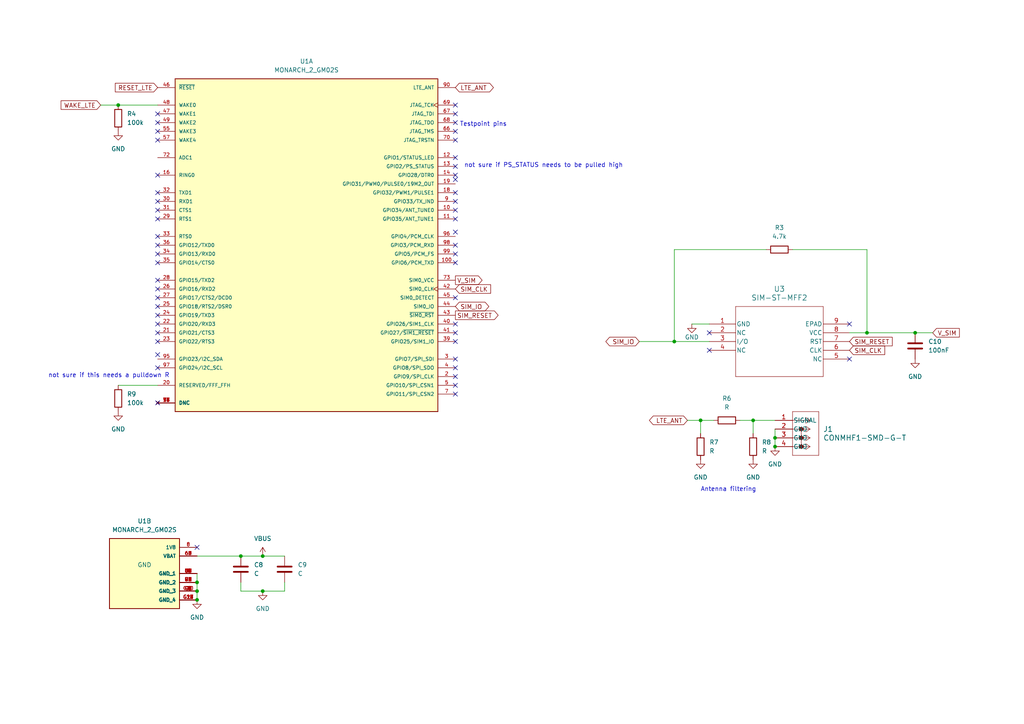
<source format=kicad_sch>
(kicad_sch (version 20230121) (generator eeschema)
  (paper "A4")
  (lib_symbols
    (symbol "(esim)SIM_ST_MFF2:SIM-ST-MFF2" (pin_names (offset 0.254))
      (property "Reference" "U" (at 20.32 10.16 0))
      (property "Value" "SIM-ST-MFF2" (at 20.32 7.62 0))
      (symbol "SIM-ST-MFF2_0_1"
        (polyline (pts (xy 7.62 -15.24) (xy 33.02 -15.24)) (stroke (width 0.127)))
        (polyline (pts (xy 7.62 5.08) (xy 7.62 -15.24)) (stroke (width 0.127)))
        (polyline (pts (xy 33.02 -15.24) (xy 33.02 5.08)) (stroke (width 0.127)))
        (polyline (pts (xy 33.02 5.08) (xy 7.62 5.08)) (stroke (width 0.127)))
        (pin unspecified line (at 0 0 0) (length 7.62) (name "GND") (number "1"))
        (pin unspecified line (at 0 -2.54 0) (length 7.62) (name "NC") (number "2"))
        (pin unspecified line (at 0 -5.08 0) (length 7.62) (name "I/O") (number "3"))
        (pin unspecified line (at 0 -7.62 0) (length 7.62) (name "NC") (number "4"))
        (pin unspecified line (at 40.64 -10.16 180) (length 7.62) (name "NC") (number "5"))
        (pin unspecified line (at 40.64 -7.62 180) (length 7.62) (name "CLK") (number "6"))
        (pin unspecified line (at 40.64 -5.08 180) (length 7.62) (name "RST") (number "7"))
        (pin unspecified line (at 40.64 -2.54 180) (length 7.62) (name "VCC") (number "8"))
        (pin unspecified line (at 40.64 0 180) (length 7.62) (name "EPAD") (number "9"))
      )
    )
    (symbol "Antenna connector:CONMHF1-SMD-G-T" (pin_names (offset 0.254))
      (property "Reference" "J" (at 8.89 6.35 0))
      (property "Value" "CONMHF1-SMD-G-T" (at 0 0 0))
      (symbol "CONMHF1-SMD-G-T_1_1"
        (polyline (pts (xy 5.08 -10.16) (xy 12.7 -10.16)) (stroke (width 0.127)))
        (polyline (pts (xy 5.08 2.54) (xy 5.08 -10.16)) (stroke (width 0.127)))
        (polyline (pts (xy 7.62 -2.54) (xy 7.62 -7.62)) (stroke (width 0.127)))
        (polyline (pts (xy 10.16 -7.62) (xy 5.08 -7.62)) (stroke (width 0.127)))
        (polyline (pts (xy 10.16 -7.62) (xy 8.89 -8.4667)) (stroke (width 0.127)))
        (polyline (pts (xy 10.16 -7.62) (xy 8.89 -6.7733)) (stroke (width 0.127)))
        (polyline (pts (xy 10.16 -5.08) (xy 5.08 -5.08)) (stroke (width 0.127)))
        (polyline (pts (xy 10.16 -5.08) (xy 8.89 -5.9267)) (stroke (width 0.127)))
        (polyline (pts (xy 10.16 -5.08) (xy 8.89 -4.2333)) (stroke (width 0.127)))
        (polyline (pts (xy 10.16 -2.54) (xy 5.08 -2.54)) (stroke (width 0.127)))
        (polyline (pts (xy 10.16 -2.54) (xy 8.89 -3.3867)) (stroke (width 0.127)))
        (polyline (pts (xy 10.16 -2.54) (xy 8.89 -1.6933)) (stroke (width 0.127)))
        (polyline (pts (xy 10.16 0) (xy 5.08 0)) (stroke (width 0.127)))
        (polyline (pts (xy 10.16 0) (xy 8.89 -0.8467)) (stroke (width 0.127)))
        (polyline (pts (xy 10.16 0) (xy 8.89 0.8467)) (stroke (width 0.127)))
        (polyline (pts (xy 12.7 -10.16) (xy 12.7 2.54)) (stroke (width 0.127)))
        (polyline (pts (xy 12.7 2.54) (xy 5.08 2.54)) (stroke (width 0.127)))
        (circle (center 7.62 -7.62) (radius 0.127) (stroke (width 0.508)))
        (circle (center 7.62 -5.08) (radius 0.127) (stroke (width 0.508)))
        (circle (center 7.62 -2.54) (radius 0.127) (stroke (width 0.508)))
        (pin unspecified line (at 0 0 0) (length 5.08) (name "SIGNAL") (number "1"))
        (pin unspecified line (at 0 -2.54 0) (length 5.08) (name "GND") (number "2"))
        (pin unspecified line (at 0 -5.08 0) (length 5.08) (name "GND") (number "3"))
        (pin unspecified line (at 0 -7.62 0) (length 5.08) (name "GND") (number "4"))
      )
      (symbol "CONMHF1-SMD-G-T_1_2"
        (polyline (pts (xy 5.08 -10.16) (xy 12.7 -10.16)) (stroke (width 0.127)))
        (polyline (pts (xy 5.08 2.54) (xy 5.08 -10.16)) (stroke (width 0.127)))
        (polyline (pts (xy 6.35 -2.54) (xy 6.35 -7.62)) (stroke (width 0.127)))
        (polyline (pts (xy 7.62 -7.62) (xy 5.08 -7.62)) (stroke (width 0.127)))
        (polyline (pts (xy 7.62 -7.62) (xy 8.89 -8.4667)) (stroke (width 0.127)))
        (polyline (pts (xy 7.62 -7.62) (xy 8.89 -6.7733)) (stroke (width 0.127)))
        (polyline (pts (xy 7.62 -5.08) (xy 5.08 -5.08)) (stroke (width 0.127)))
        (polyline (pts (xy 7.62 -5.08) (xy 8.89 -5.9267)) (stroke (width 0.127)))
        (polyline (pts (xy 7.62 -5.08) (xy 8.89 -4.2333)) (stroke (width 0.127)))
        (polyline (pts (xy 7.62 -2.54) (xy 5.08 -2.54)) (stroke (width 0.127)))
        (polyline (pts (xy 7.62 -2.54) (xy 8.89 -3.3867)) (stroke (width 0.127)))
        (polyline (pts (xy 7.62 -2.54) (xy 8.89 -1.6933)) (stroke (width 0.127)))
        (polyline (pts (xy 7.62 0) (xy 5.08 0)) (stroke (width 0.127)))
        (polyline (pts (xy 7.62 0) (xy 8.89 -0.8467)) (stroke (width 0.127)))
        (polyline (pts (xy 7.62 0) (xy 8.89 0.8467)) (stroke (width 0.127)))
        (polyline (pts (xy 12.7 -10.16) (xy 12.7 2.54)) (stroke (width 0.127)))
        (polyline (pts (xy 12.7 2.54) (xy 5.08 2.54)) (stroke (width 0.127)))
        (circle (center 6.35 -7.62) (radius 0.127) (stroke (width 0.508)))
        (circle (center 6.35 -5.08) (radius 0.127) (stroke (width 0.508)))
        (circle (center 6.35 -2.54) (radius 0.127) (stroke (width 0.508)))
        (pin unspecified line (at 0 0 0) (length 5.08) (name "SIGNAL") (number "1"))
        (pin unspecified line (at 0 -2.54 0) (length 5.08) (name "GND") (number "2"))
        (pin unspecified line (at 0 -5.08 0) (length 5.08) (name "GND") (number "3"))
        (pin unspecified line (at 0 -7.62 0) (length 5.08) (name "GND") (number "4"))
      )
    )
    (symbol "Device:C" (pin_numbers hide) (pin_names (offset 0.254))
      (property "Reference" "C" (at 0.635 2.54 0))
      (property "Value" "C" (at 0.635 -2.54 0))
      (symbol "C_0_1"
        (polyline (pts (xy -2.032 -0.762) (xy 2.032 -0.762)) (stroke (width 0.508)))
        (polyline (pts (xy -2.032 0.762) (xy 2.032 0.762)) (stroke (width 0.508)))
      )
      (symbol "C_1_1"
        (pin passive line (at 0 3.81 270) (length 2.794) (name "~") (number "1"))
        (pin passive line (at 0 -3.81 90) (length 2.794) (name "~") (number "2"))
      )
    )
    (symbol "Device:R" (pin_numbers hide) (pin_names (offset 0))
      (property "Reference" "R" (at 2.032 0 90))
      (property "Value" "R" (at 0 0 90))
      (symbol "R_0_1"
        (rectangle (start -1.016 -2.54) (end 1.016 2.54) (stroke (width 0.254)))
      )
      (symbol "R_1_1"
        (pin passive line (at 0 3.81 270) (length 1.27) (name "~") (number "1"))
        (pin passive line (at 0 -3.81 90) (length 1.27) (name "~") (number "2"))
      )
    )
    (symbol "GM02S:MONARCH_2_GM02S" (pin_names (offset 1.016))
      (property "Reference" "U" (at -38.1 49.022 0))
      (property "Value" "MONARCH_2_GM02S" (at -38.1 -49.022 0))
      (symbol "MONARCH_2_GM02S_1_0"
        (rectangle (start -38.1 -48.26) (end 38.1 48.26) (stroke (width 0.254)) (fill (type background)))
        (pin bidirectional line (at 43.18 10.16 180) (length 5.08) (name "GPIO34/ANT_TUNE0") (number "10"))
        (pin bidirectional line (at 43.18 -5.08 180) (length 5.08) (name "GPIO6/PCM_TXD") (number "100"))
        (pin bidirectional line (at 43.18 7.62 180) (length 5.08) (name "GPIO35/ANT_TUNE1") (number "11"))
        (pin bidirectional line (at 43.18 25.4 180) (length 5.08) (name "GPIO1/STATUS_LED") (number "12"))
        (pin bidirectional line (at 43.18 22.86 180) (length 5.08) (name "GPIO2/PS_STATUS") (number "13"))
        (pin bidirectional line (at 43.18 20.32 180) (length 5.08) (name "GPIO28/DTR0") (number "14"))
        (pin no_connect line (at -43.18 -45.72 0) (length 5.08) (name "DNC") (number "15"))
        (pin bidirectional line (at -43.18 20.32 0) (length 5.08) (name "RING0") (number "16"))
        (pin no_connect line (at -43.18 -45.72 0) (length 5.08) (name "DNC") (number "17"))
        (pin bidirectional line (at 43.18 15.24 180) (length 5.08) (name "GPIO32/PWM1/PULSE1") (number "18"))
        (pin bidirectional line (at 43.18 17.78 180) (length 5.08) (name "GPIO31/PWM0/PULSE0/19M2_OUT") (number "19"))
        (pin bidirectional line (at 43.18 -38.1 180) (length 5.08) (name "GPIO9/SPI_CLK") (number "2"))
        (pin passive line (at -43.18 -40.64 0) (length 5.08) (name "RESERVED/FFF_FFH") (number "20"))
        (pin bidirectional line (at -43.18 -25.4 0) (length 5.08) (name "GPIO21/CTS3") (number "21"))
        (pin bidirectional line (at -43.18 -22.86 0) (length 5.08) (name "GPIO20/RXD3") (number "22"))
        (pin bidirectional line (at -43.18 -27.94 0) (length 5.08) (name "GPIO22/RTS3") (number "23"))
        (pin bidirectional line (at -43.18 -20.32 0) (length 5.08) (name "GPIO19/TXD3") (number "24"))
        (pin bidirectional line (at -43.18 -17.78 0) (length 5.08) (name "GPIO18/RTS2/DSR0") (number "25"))
        (pin bidirectional line (at -43.18 -12.7 0) (length 5.08) (name "GPIO16/RXD2") (number "26"))
        (pin bidirectional line (at -43.18 -15.24 0) (length 5.08) (name "GPIO17/CTS2/DCD0") (number "27"))
        (pin bidirectional line (at -43.18 -10.16 0) (length 5.08) (name "GPIO15/TXD2") (number "28"))
        (pin input line (at -43.18 7.62 0) (length 5.08) (name "RTS1") (number "29"))
        (pin bidirectional line (at 43.18 -33.02 180) (length 5.08) (name "GPIO7/SPI_SDI") (number "3"))
        (pin output line (at -43.18 12.7 0) (length 5.08) (name "RXD1") (number "30"))
        (pin output line (at -43.18 10.16 0) (length 5.08) (name "CTS1") (number "31"))
        (pin input line (at -43.18 15.24 0) (length 5.08) (name "TXD1") (number "32"))
        (pin input line (at -43.18 2.54 0) (length 5.08) (name "RTS0") (number "33"))
        (pin bidirectional line (at -43.18 -2.54 0) (length 5.08) (name "GPIO13/RXD0") (number "34"))
        (pin bidirectional line (at -43.18 -5.08 0) (length 5.08) (name "GPIO14/CTS0") (number "35"))
        (pin bidirectional line (at -43.18 0 0) (length 5.08) (name "GPIO12/TXD0") (number "36"))
        (pin bidirectional line (at 43.18 -27.94 180) (length 5.08) (name "GPIO25/SIM1_IO") (number "39"))
        (pin bidirectional line (at 43.18 -35.56 180) (length 5.08) (name "GPIO8/SPI_SDO") (number "4"))
        (pin bidirectional line (at 43.18 -22.86 180) (length 5.08) (name "GPIO26/SIM1_CLK") (number "40"))
        (pin bidirectional line (at 43.18 -25.4 180) (length 5.08) (name "GPIO27/~{SIM1_RESET}") (number "41"))
        (pin output clock (at 43.18 -12.7 180) (length 5.08) (name "SIM0_CLK") (number "42"))
        (pin output line (at 43.18 -20.32 180) (length 5.08) (name "~{SIM0_RST}") (number "43"))
        (pin bidirectional line (at 43.18 -17.78 180) (length 5.08) (name "SIM0_IO") (number "44"))
        (pin input line (at 43.18 -15.24 180) (length 5.08) (name "SIM0_DETECT") (number "45"))
        (pin input line (at -43.18 45.72 0) (length 5.08) (name "~{RESET}") (number "46"))
        (pin input line (at -43.18 38.1 0) (length 5.08) (name "WAKE1") (number "47"))
        (pin input line (at -43.18 40.64 0) (length 5.08) (name "WAKE0") (number "48"))
        (pin input line (at -43.18 35.56 0) (length 5.08) (name "WAKE2") (number "49"))
        (pin bidirectional line (at 43.18 -40.64 180) (length 5.08) (name "GPIO10/SPI_CSN1") (number "5"))
        (pin no_connect line (at -43.18 -45.72 0) (length 5.08) (name "DNC") (number "53"))
        (pin input line (at -43.18 33.02 0) (length 5.08) (name "WAKE3") (number "55"))
        (pin input line (at -43.18 30.48 0) (length 5.08) (name "WAKE4") (number "57"))
        (pin input line (at 43.18 33.02 180) (length 5.08) (name "JTAG_TMS") (number "66"))
        (pin input line (at 43.18 38.1 180) (length 5.08) (name "JTAG_TDI") (number "67"))
        (pin output line (at 43.18 35.56 180) (length 5.08) (name "JTAG_TDO") (number "68"))
        (pin input clock (at 43.18 40.64 180) (length 5.08) (name "JTAG_TCK") (number "69"))
        (pin bidirectional line (at 43.18 -43.18 180) (length 5.08) (name "GPIO11/SPI_CSN2") (number "7"))
        (pin input line (at 43.18 30.48 180) (length 5.08) (name "JTAG_TRSTN") (number "70"))
        (pin input line (at -43.18 25.4 0) (length 5.08) (name "ADC1") (number "72"))
        (pin power_in line (at 43.18 -10.16 180) (length 5.08) (name "SIM0_VCC") (number "73"))
        (pin no_connect line (at -43.18 -45.72 0) (length 5.08) (name "DNC") (number "74"))
        (pin no_connect line (at -43.18 -45.72 0) (length 5.08) (name "DNC") (number "75"))
        (pin no_connect line (at -43.18 -45.72 0) (length 5.08) (name "DNC") (number "76"))
        (pin no_connect line (at -43.18 -45.72 0) (length 5.08) (name "DNC") (number "77"))
        (pin bidirectional line (at 43.18 12.7 180) (length 5.08) (name "GPIO33/TX_IND") (number "9"))
        (pin bidirectional line (at 43.18 45.72 180) (length 5.08) (name "LTE_ANT") (number "90"))
        (pin no_connect line (at -43.18 -45.72 0) (length 5.08) (name "DNC") (number "94"))
        (pin bidirectional line (at -43.18 -33.02 0) (length 5.08) (name "GPIO23/I2C_SDA") (number "95"))
        (pin bidirectional line (at 43.18 2.54 180) (length 5.08) (name "GPIO4/PCM_CLK") (number "96"))
        (pin bidirectional line (at -43.18 -35.56 0) (length 5.08) (name "GPIO24/I2C_SCL") (number "97"))
        (pin bidirectional line (at 43.18 0 180) (length 5.08) (name "GPIO3/PCM_RXD") (number "98"))
        (pin bidirectional line (at 43.18 -2.54 180) (length 5.08) (name "GPIO5/PCM_FS") (number "99"))
      )
      (symbol "MONARCH_2_GM02S_2_0"
        (rectangle (start -10.16 -10.16) (end 10.16 10.16) (stroke (width 0.254)) (fill (type background)))
        (pin power_in line (at 15.24 0 180) (length 5.08) (name "GND_1") (number "1"))
        (pin power_in line (at 15.24 0 180) (length 5.08) (name "GND_1") (number "37"))
        (pin power_in line (at 15.24 0 180) (length 5.08) (name "GND_1") (number "38"))
        (pin power_in line (at 15.24 0 180) (length 5.08) (name "GND_1") (number "50"))
        (pin power_in line (at 15.24 0 180) (length 5.08) (name "GND_1") (number "51"))
        (pin power_in line (at 15.24 0 180) (length 5.08) (name "GND_1") (number "52"))
        (pin power_in line (at 15.24 0 180) (length 5.08) (name "GND_1") (number "54"))
        (pin power_in line (at 15.24 0 180) (length 5.08) (name "GND_1") (number "56"))
        (pin power_in line (at 15.24 0 180) (length 5.08) (name "GND_1") (number "58"))
        (pin power_in line (at 15.24 0 180) (length 5.08) (name "GND_1") (number "59"))
        (pin power_in line (at 15.24 0 180) (length 5.08) (name "GND_1") (number "6"))
        (pin power_in line (at 15.24 5.08 180) (length 5.08) (name "VBAT") (number "60"))
        (pin power_in line (at 15.24 0 180) (length 5.08) (name "GND_1") (number "61"))
        (pin power_in line (at 15.24 5.08 180) (length 5.08) (name "VBAT") (number "62"))
        (pin power_in line (at 15.24 5.08 180) (length 5.08) (name "VBAT") (number "63"))
        (pin power_in line (at 15.24 0 180) (length 5.08) (name "GND_1") (number "64"))
        (pin power_in line (at 15.24 0 180) (length 5.08) (name "GND_1") (number "65"))
        (pin power_in line (at 15.24 0 180) (length 5.08) (name "GND_1") (number "71"))
        (pin power_in line (at 15.24 -2.54 180) (length 5.08) (name "GND_2") (number "78"))
        (pin power_in line (at 15.24 -2.54 180) (length 5.08) (name "GND_2") (number "79"))
        (pin power_in line (at 15.24 7.62 180) (length 5.08) (name "1V8") (number "8"))
        (pin power_in line (at 15.24 -2.54 180) (length 5.08) (name "GND_2") (number "80"))
        (pin power_in line (at 15.24 -2.54 180) (length 5.08) (name "GND_2") (number "81"))
        (pin power_in line (at 15.24 -2.54 180) (length 5.08) (name "GND_2") (number "82"))
        (pin power_in line (at 15.24 -2.54 180) (length 5.08) (name "GND_2") (number "83"))
        (pin power_in line (at 15.24 -2.54 180) (length 5.08) (name "GND_2") (number "84"))
        (pin power_in line (at 15.24 -2.54 180) (length 5.08) (name "GND_2") (number "85"))
        (pin power_in line (at 15.24 -2.54 180) (length 5.08) (name "GND_2") (number "86"))
        (pin power_in line (at 15.24 -2.54 180) (length 5.08) (name "GND_2") (number "87"))
        (pin power_in line (at 15.24 -2.54 180) (length 5.08) (name "GND_2") (number "88"))
        (pin power_in line (at 15.24 -2.54 180) (length 5.08) (name "GND_2") (number "89"))
        (pin power_in line (at 15.24 -2.54 180) (length 5.08) (name "GND_2") (number "91"))
        (pin power_in line (at 15.24 -2.54 180) (length 5.08) (name "GND_2") (number "92"))
        (pin power_in line (at 15.24 -2.54 180) (length 5.08) (name "GND_2") (number "93"))
        (pin power_in line (at 15.24 -5.08 180) (length 5.08) (name "GND_3") (number "G1"))
        (pin power_in line (at 15.24 -5.08 180) (length 5.08) (name "GND_3") (number "G10"))
        (pin power_in line (at 15.24 -7.62 180) (length 5.08) (name "GND_4") (number "G11"))
        (pin power_in line (at 15.24 -7.62 180) (length 5.08) (name "GND_4") (number "G12"))
        (pin power_in line (at 15.24 -7.62 180) (length 5.08) (name "GND_4") (number "G13"))
        (pin power_in line (at 15.24 -7.62 180) (length 5.08) (name "GND_4") (number "G14"))
        (pin power_in line (at 15.24 -7.62 180) (length 5.08) (name "GND_4") (number "G15"))
        (pin power_in line (at 15.24 -7.62 180) (length 5.08) (name "GND_4") (number "G16"))
        (pin power_in line (at 15.24 -7.62 180) (length 5.08) (name "GND_4") (number "G17"))
        (pin power_in line (at 15.24 -7.62 180) (length 5.08) (name "GND_4") (number "G18"))
        (pin power_in line (at 15.24 -7.62 180) (length 5.08) (name "GND_4") (number "G19"))
        (pin power_in line (at 15.24 -5.08 180) (length 5.08) (name "GND_3") (number "G2"))
        (pin power_in line (at 15.24 -7.62 180) (length 5.08) (name "GND_4") (number "G20"))
        (pin power_in line (at 15.24 -5.08 180) (length 5.08) (name "GND_3") (number "G3"))
        (pin power_in line (at 15.24 -5.08 180) (length 5.08) (name "GND_3") (number "G4"))
        (pin power_in line (at 15.24 -5.08 180) (length 5.08) (name "GND_3") (number "G5"))
        (pin power_in line (at 15.24 -5.08 180) (length 5.08) (name "GND_3") (number "G6"))
        (pin power_in line (at 15.24 -5.08 180) (length 5.08) (name "GND_3") (number "G7"))
        (pin power_in line (at 15.24 -5.08 180) (length 5.08) (name "GND_3") (number "G8"))
        (pin power_in line (at 15.24 -5.08 180) (length 5.08) (name "GND_3") (number "G9"))
      )
    )
    (symbol "power:GND" (power) (pin_names (offset 0))
      (property "Value" "GND" (at 0 -3.81 0))
      (symbol "GND_0_1"
        (polyline (pts (xy 0 0) (xy 0 -1.27) (xy 1.27 -1.27) (xy 0 -2.54) (xy -1.27 -1.27) (xy 0 -1.27)))
      )
      (symbol "GND_1_1"
        (pin power_in line (at 0 0 270) (length 0) hide (name "GND") (number "1"))
      )
    )
    (symbol "power:VBUS" (power) (pin_names (offset 0))
      (property "Value" "VBUS" (at 0 3.81 0))
      (symbol "VBUS_0_1"
        (polyline (pts (xy -0.762 1.27) (xy 0 2.54)))
        (polyline (pts (xy 0 0) (xy 0 2.54)))
        (polyline (pts (xy 0 2.54) (xy 0.762 1.27)))
      )
      (symbol "VBUS_1_1"
        (pin power_in line (at 0 0 90) (length 0) hide (name "VBUS") (number "1"))
      )
    )
  )
  (junction (at 195.58 99.06))
  (junction (at 69.85 161.29))
  (junction (at 57.15 168.91))
  (junction (at 203.2 121.92))
  (junction (at 224.79 129.54))
  (junction (at 76.2 171.45))
  (junction (at 251.46 96.52))
  (junction (at 34.29 30.48))
  (junction (at 265.43 96.52))
  (junction (at 57.15 171.45))
  (junction (at 57.15 173.99))
  (junction (at 76.2 161.29))
  (junction (at 218.44 121.92))
  (junction (at 224.79 127))
  (no_connect (at 45.72 93.98))
  (no_connect (at 45.72 35.56))
  (no_connect (at 45.72 83.82))
  (no_connect (at 132.08 52.07))
  (no_connect (at 132.08 60.96))
  (no_connect (at 45.72 99.06))
  (no_connect (at 45.72 116.84))
  (no_connect (at 132.08 35.56))
  (no_connect (at 45.72 58.42))
  (no_connect (at 132.08 67.31))
  (no_connect (at 132.08 55.88))
  (no_connect (at 45.72 50.8))
  (no_connect (at 132.08 86.36))
  (no_connect (at 45.72 86.36))
  (no_connect (at 132.08 63.5))
  (no_connect (at 45.72 33.02))
  (no_connect (at 246.38 93.98))
  (no_connect (at 45.72 102.87))
  (no_connect (at 132.08 76.2))
  (no_connect (at 132.08 96.52))
  (no_connect (at 45.72 55.88))
  (no_connect (at 132.08 109.22))
  (no_connect (at 132.08 104.14))
  (no_connect (at 132.08 71.12))
  (no_connect (at 132.08 50.8))
  (no_connect (at 45.72 68.58))
  (no_connect (at 132.08 45.72))
  (no_connect (at 205.74 101.6))
  (no_connect (at 205.74 96.52))
  (no_connect (at 45.72 63.5))
  (no_connect (at 132.08 106.68))
  (no_connect (at 132.08 30.48))
  (no_connect (at 45.72 81.28))
  (no_connect (at 132.08 48.26))
  (no_connect (at 45.72 88.9))
  (no_connect (at 45.72 60.96))
  (no_connect (at 132.08 38.1))
  (no_connect (at 45.72 40.64))
  (no_connect (at 132.08 111.76))
  (no_connect (at 132.08 93.98))
  (no_connect (at 132.08 73.66))
  (no_connect (at 45.72 91.44))
  (no_connect (at 132.08 58.42))
  (no_connect (at 45.72 38.1))
  (no_connect (at 132.08 114.3))
  (no_connect (at 45.72 76.2))
  (no_connect (at 132.08 33.02))
  (no_connect (at 45.72 73.66))
  (no_connect (at 246.38 104.14))
  (no_connect (at 45.72 71.12))
  (no_connect (at 45.72 96.52))
  (no_connect (at 57.15 158.75))
  (no_connect (at 132.08 40.64))
  (no_connect (at 132.08 99.06))
  (no_connect (at 45.72 106.68))
  (wire (pts (xy 251.46 96.52) (xy 246.38 96.52)))
  (wire (pts (xy 214.63 121.92) (xy 218.44 121.92)))
  (wire (pts (xy 69.85 168.91) (xy 69.85 171.45)))
  (wire (pts (xy 270.51 96.52) (xy 265.43 96.52)))
  (wire (pts (xy 224.79 124.46) (xy 224.79 127)))
  (wire (pts (xy 57.15 161.29) (xy 69.85 161.29)))
  (wire (pts (xy 229.87 72.39) (xy 251.46 72.39)))
  (wire (pts (xy 199.39 121.92) (xy 203.2 121.92)))
  (wire (pts (xy 195.58 99.06) (xy 205.74 99.06)))
  (wire (pts (xy 57.15 171.45) (xy 57.15 173.99)))
  (wire (pts (xy 224.79 127) (xy 224.79 129.54)))
  (wire (pts (xy 218.44 121.92) (xy 218.44 125.73)))
  (wire (pts (xy 69.85 161.29) (xy 76.2 161.29)))
  (wire (pts (xy 82.55 168.91) (xy 82.55 171.45)))
  (wire (pts (xy 200.66 93.98) (xy 205.74 93.98)))
  (wire (pts (xy 222.25 72.39) (xy 195.58 72.39)))
  (wire (pts (xy 34.29 30.48) (xy 45.72 30.48)))
  (wire (pts (xy 76.2 161.29) (xy 82.55 161.29)))
  (wire (pts (xy 57.15 166.37) (xy 57.15 168.91)))
  (wire (pts (xy 29.21 30.48) (xy 34.29 30.48)))
  (wire (pts (xy 57.15 168.91) (xy 57.15 171.45)))
  (wire (pts (xy 185.42 99.06) (xy 195.58 99.06)))
  (wire (pts (xy 69.85 171.45) (xy 76.2 171.45)))
  (wire (pts (xy 34.29 111.76) (xy 45.72 111.76)))
  (wire (pts (xy 82.55 171.45) (xy 76.2 171.45)))
  (wire (pts (xy 251.46 72.39) (xy 251.46 96.52)))
  (wire (pts (xy 203.2 121.92) (xy 203.2 125.73)))
  (wire (pts (xy 195.58 72.39) (xy 195.58 99.06)))
  (wire (pts (xy 203.2 121.92) (xy 207.01 121.92)))
  (wire (pts (xy 265.43 96.52) (xy 251.46 96.52)))
  (wire (pts (xy 218.44 121.92) (xy 224.79 121.92)))
  (text "not sure if PS_STATUS needs to be pulled high\n\n" (at 134.62 50.8 0) (effects (font (size 1.27 1.27)) (justify left bottom)))
  (text "not sure if this needs a pulldown R\n\n" (at 13.97 111.76 0) (effects (font (size 1.27 1.27)) (justify left bottom)))
  (text "Antenna filtering\n\n" (at 203.2 144.78 0) (effects (font (size 1.27 1.27)) (justify left bottom)))
  (text "Testpoint pins\n" (at 133.35 36.83 0) (effects (font (size 1.27 1.27)) (justify left bottom)))
  (global_label "SIM_IO" (shape bidirectional) (at 185.42 99.06 180) (property "Intersheetrefs" "${INTERSHEET_REFS}" (effects hide)))
  (global_label "SIM_RESET" (shape output) (at 132.08 91.44 0) (property "Intersheetrefs" "${INTERSHEET_REFS}" (effects hide)))
  (global_label "LTE_ANT" (shape bidirectional) (at 132.08 25.4 0) (property "Intersheetrefs" "${INTERSHEET_REFS}" (effects hide)))
  (global_label "RESET_LTE" (shape input) (at 45.72 25.4 180) (property "Intersheetrefs" "${INTERSHEET_REFS}" (effects hide)))
  (global_label "SIM_RESET" (shape input) (at 246.38 99.06 0) (property "Intersheetrefs" "${INTERSHEET_REFS}" (effects hide)))
  (global_label "SIM_CLK" (shape input) (at 246.38 101.6 0) (property "Intersheetrefs" "${INTERSHEET_REFS}" (effects hide)))
  (global_label "WAKE_LTE" (shape input) (at 29.21 30.48 180) (property "Intersheetrefs" "${INTERSHEET_REFS}" (effects hide)))
  (global_label "V_SIM" (shape input) (at 270.51 96.52 0) (property "Intersheetrefs" "${INTERSHEET_REFS}" (effects hide)))
  (global_label "V_SIM" (shape output) (at 132.08 81.28 0) (property "Intersheetrefs" "${INTERSHEET_REFS}" (effects hide)))
  (global_label "LTE_ANT" (shape bidirectional) (at 199.39 121.92 180) (property "Intersheetrefs" "${INTERSHEET_REFS}" (effects hide)))
  (global_label "SIM_CLK" (shape input) (at 132.08 83.82 0) (property "Intersheetrefs" "${INTERSHEET_REFS}" (effects hide)))
  (global_label "SIM_IO" (shape bidirectional) (at 132.08 88.9 0) (property "Intersheetrefs" "${INTERSHEET_REFS}" (effects hide)))
  (symbol (lib_id "Device:R") (at 203.2 129.54 180) (unit 1)
    (property "Reference" "R7" (at 205.74 128.27 0) (effects (justify right)))
    (property "Value" "R" (at 205.74 130.81 0) (effects (justify right)))
    (instances (project "LTE" (path "" (reference "R7") (unit 1)) (path "" (reference "R3") (unit 1))))
  )
  (symbol (lib_id "power:VBUS") (at 76.2 161.29 0) (unit 1)
    (property "Reference" "#PWR027" (effects hide))
    (property "Value" "VBUS" (at 76.2 156.21 0))
    (instances (project "LTE" (path "" (reference "#PWR027") (unit 1)) (path "" (reference "#PWR026") (unit 1))))
  )
  (symbol (lib_id "GM02S:MONARCH_2_GM02S") (at 88.9 71.12 0) (unit 1)
    (property "Reference" "U1" (at 88.9 17.78 0))
    (property "Value" "MONARCH_2_GM02S" (at 88.9 20.32 0))
    (property "Footprint" "XCVR_MONARCH_2_GM02S" (effects hide))
    (property "MF" "Sequans" (effects hide))
    (property "MAXIMUM_PACKAGE_HEIGHT" "1.85mm" (effects hide))
    (property "Package" "None" (effects hide))
    (property "Price" "None" (effects hide))
    (property "Check_prices" "https://www.snapeda.com/parts/MONARCH%202%20GM02S/Sequans/view-part/?ref=eda" (effects hide))
    (property "STANDARD" "Manufacturer Recommendations" (effects hide))
    (property "PARTREV" "11" (effects hide))
    (property "SnapEDA_Link" "https://www.snapeda.com/parts/MONARCH%202%20GM02S/Sequans/view-part/?ref=snap" (effects hide))
    (property "MP" "MONARCH 2 GM02S" (effects hide))
    (property "Description" "\\nCellular Modules Operator-certified LTE-M/NB-IoT module with highly secure and certified iSIM, ultra-low power, single-rail power supply, global band support, and integrated MCU\\n" (effects hide))
    (property "MANUFACTURER" "SEQUANS" (effects hide))
    (property "Availability" "Not in stock" (effects hide))
    (property "SNAPEDA_PN" "MONARCH 2 GM02S" (effects hide))
  )
  (symbol (lib_id "Device:R") (at 226.06 72.39 90) (unit 1)
    (property "Reference" "R3" (at 226.06 66.04 90))
    (property "Value" "4.7k" (at 226.06 68.58 90))
    (instances (project "LTE" (path "" (reference "R3") (unit 1)) (path "" (reference "R8") (unit 1))))
  )
  (symbol (lib_id "power:GND") (at 34.29 119.38 0) (unit 1)
    (property "Reference" "#PWR025" (effects hide))
    (property "Value" "GND" (at 34.29 124.46 0))
    (instances (project "LTE" (path "" (reference "#PWR025") (unit 1)) (path "" (reference "#PWR012") (unit 1))))
  )
  (symbol (lib_id "power:GND") (at 203.2 133.35 0) (unit 1)
    (property "Reference" "#PWR023" (effects hide))
    (property "Value" "GND" (at 203.2 138.43 0))
    (instances (project "LTE" (path "" (reference "#PWR023") (unit 1)) (path "" (reference "#PWR022") (unit 1))))
  )
  (symbol (lib_id "Device:C") (at 69.85 165.1 0) (unit 1)
    (property "Reference" "C8" (at 73.66 163.83 0) (effects (justify left)))
    (property "Value" "C" (at 73.66 166.37 0) (effects (justify left)))
  )
  (symbol (lib_id "power:GND") (at 218.44 133.35 0) (unit 1)
    (property "Reference" "#PWR024" (effects hide))
    (property "Value" "GND" (at 218.44 138.43 0))
    (instances (project "LTE" (path "" (reference "#PWR024") (unit 1)) (path "" (reference "#PWR023") (unit 1))))
  )
  (symbol (lib_id "power:GND") (at 265.43 104.14 0) (unit 1)
    (property "Reference" "#PWR028" (effects hide))
    (property "Value" "GND" (at 265.43 109.22 0))
  )
  (symbol (lib_id "power:GND") (at 224.79 129.54 0) (unit 1)
    (property "Reference" "#PWR022" (effects hide))
    (property "Value" "GND" (at 224.79 134.62 0))
    (instances (project "LTE" (path "" (reference "#PWR022") (unit 1)) (path "" (reference "#PWR024") (unit 1))))
  )
  (symbol (lib_id "Device:C") (at 82.55 165.1 0) (unit 1)
    (property "Reference" "C9" (at 86.36 163.83 0) (effects (justify left)))
    (property "Value" "C" (at 86.36 166.37 0) (effects (justify left)))
  )
  (symbol (lib_id "Device:R") (at 210.82 121.92 270) (unit 1)
    (property "Reference" "R6" (at 210.82 115.57 90))
    (property "Value" "R" (at 210.82 118.11 90))
  )
  (symbol (lib_id "power:GND") (at 76.2 171.45 0) (unit 1)
    (property "Reference" "#PWR026" (effects hide))
    (property "Value" "GND" (at 76.2 176.53 0))
    (instances (project "LTE" (path "" (reference "#PWR026") (unit 1)) (path "" (reference "#PWR027") (unit 1))))
  )
  (symbol (lib_id "Device:R") (at 34.29 34.29 0) (unit 1)
    (property "Reference" "R4" (at 36.83 33.02 0) (effects (justify left)))
    (property "Value" "100k" (at 36.83 35.56 0) (effects (justify left)))
  )
  (symbol (lib_id "power:GND") (at 34.29 38.1 0) (unit 1)
    (property "Reference" "#PWR010" (effects hide))
    (property "Value" "GND" (at 34.29 43.18 0))
    (instances (project "LTE" (path "" (reference "#PWR010") (unit 1)) (path "" (reference "#PWR011") (unit 1))))
  )
  (symbol (lib_id "Device:C") (at 265.43 100.33 0) (unit 1)
    (property "Reference" "C10" (at 269.24 99.06 0) (effects (justify left)))
    (property "Value" "100nF" (at 269.24 101.6 0) (effects (justify left)))
  )
  (symbol (lib_id "power:GND") (at 200.66 93.98 0) (unit 1)
    (property "Reference" "#PWR013" (effects hide))
    (property "Value" "GND" (at 200.66 97.79 0))
  )
  (symbol (lib_id "Device:R") (at 218.44 129.54 180) (unit 1)
    (property "Reference" "R8" (at 220.98 128.27 0) (effects (justify right)))
    (property "Value" "R" (at 220.98 130.81 0) (effects (justify right)))
    (instances (project "LTE" (path "" (reference "R8") (unit 1)) (path "" (reference "R7") (unit 1))))
  )
  (symbol (lib_id "Device:R") (at 34.29 115.57 0) (unit 1)
    (property "Reference" "R9" (at 36.83 114.3 0) (effects (justify left)))
    (property "Value" "100k" (at 36.83 116.84 0) (effects (justify left)))
  )
  (symbol (lib_id "(esim)SIM_ST_MFF2:SIM-ST-MFF2") (at 205.74 93.98 0) (unit 1)
    (property "Reference" "U3" (at 226.06 83.82 0) (effects (font (size 1.524 1.524))))
    (property "Value" "SIM-ST-MFF2" (at 226.06 86.36 0) (effects (font (size 1.524 1.524))))
    (property "Footprint" "SIM-ST-MFF2_HOL" (effects hide))
    (property "Datasheet" "file:///C:/Users/jmc670/AppData/Local/Temp/MicrosoftEdgeDownloads/102505cc-313d-4265-810c-31212bac049d/DS_SX1261-2_V1.2.pdf" (effects hide))
  )
  (symbol (lib_id "power:GND") (at 41.91 158.75 0) (unit 1)
    (property "Reference" "#PWR011" (effects hide))
    (property "Value" "GND" (at 41.91 163.83 0))
    (instances (project "LTE" (path "" (reference "#PWR011") (unit 1)) (path "" (reference "#PWR010") (unit 1))))
  )
  (symbol (lib_id "power:GND") (at 57.15 173.99 0) (unit 1)
    (property "Reference" "#PWR012" (effects hide))
    (property "Value" "GND" (at 57.15 179.07 0))
    (instances (project "LTE" (path "" (reference "#PWR012") (unit 1)) (path "" (reference "#PWR025") (unit 1))))
  )
  (symbol (lib_id "GM02S:MONARCH_2_GM02S") (at 41.91 166.37 0) (unit 2)
    (property "Reference" "U1" (at 41.91 151.13 0))
    (property "Value" "MONARCH_2_GM02S" (at 41.91 153.67 0))
    (property "Footprint" "XCVR_MONARCH_2_GM02S" (effects hide))
    (property "MF" "Sequans" (effects hide))
    (property "MAXIMUM_PACKAGE_HEIGHT" "1.85mm" (effects hide))
    (property "Package" "None" (effects hide))
    (property "Price" "None" (effects hide))
    (property "Check_prices" "https://www.snapeda.com/parts/MONARCH%202%20GM02S/Sequans/view-part/?ref=eda" (effects hide))
    (property "STANDARD" "Manufacturer Recommendations" (effects hide))
    (property "PARTREV" "11" (effects hide))
    (property "SnapEDA_Link" "https://www.snapeda.com/parts/MONARCH%202%20GM02S/Sequans/view-part/?ref=snap" (effects hide))
    (property "MP" "MONARCH 2 GM02S" (effects hide))
    (property "Description" "\\nCellular Modules Operator-certified LTE-M/NB-IoT module with highly secure and certified iSIM, ultra-low power, single-rail power supply, global band support, and integrated MCU\\n" (effects hide))
    (property "MANUFACTURER" "SEQUANS" (effects hide))
    (property "Availability" "Not in stock" (effects hide))
    (property "SNAPEDA_PN" "MONARCH 2 GM02S" (effects hide))
  )
  (symbol (lib_id "Antenna connector:CONMHF1-SMD-G-T") (at 224.79 121.92 0) (unit 1)
    (property "Reference" "J1" (at 238.76 124.46 0) (effects (font (size 1.524 1.524)) (justify left)))
    (property "Value" "CONMHF1-SMD-G-T" (at 238.76 127 0) (effects (font (size 1.524 1.524)) (justify left)))
    (property "Footprint" "COAX3_CONMHF1-SMD-G-T_TEC" (effects hide))
    (property "Datasheet" "https://www.te.com/commerce/DocumentDelivery/DDEController?Action=srchrtrv&DocNm=conmhf1-smd-g-t-ds&DocType=Data+Sheet&DocLang=English&DocFormat=pdf&PartCntxt=CONMHF1-SMD-G-T" (effects hide))
  )
)
</source>
